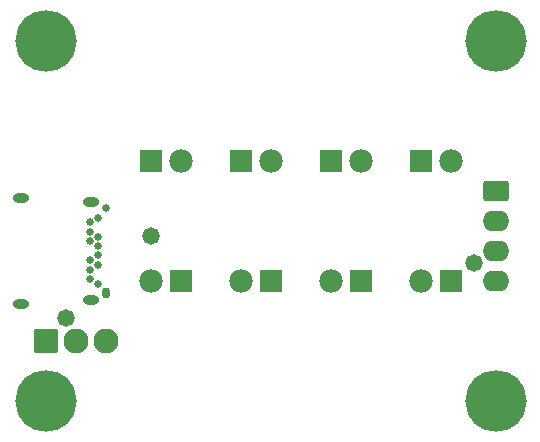
<source format=gbs>
G04 Layer_Color=16711935*
%FSLAX44Y44*%
%MOMM*%
G71*
G01*
G75*
%ADD13O,1.4000X0.8000*%
%ADD14C,0.6500*%
%ADD15O,0.6500X0.9500*%
%ADD28C,1.9812*%
%ADD29R,1.9812X1.9812*%
%ADD30C,5.2032*%
%ADD31O,2.2352X1.7272*%
G04:AMPARAMS|DCode=32|XSize=1.7272mm|YSize=2.2352mm|CornerRadius=0.2921mm|HoleSize=0mm|Usage=FLASHONLY|Rotation=270.000|XOffset=0mm|YOffset=0mm|HoleType=Round|Shape=RoundedRectangle|*
%AMROUNDEDRECTD32*
21,1,1.7272,1.6510,0,0,270.0*
21,1,1.1430,2.2352,0,0,270.0*
1,1,0.5842,-0.8255,-0.5715*
1,1,0.5842,-0.8255,0.5715*
1,1,0.5842,0.8255,0.5715*
1,1,0.5842,0.8255,-0.5715*
%
%ADD32ROUNDEDRECTD32*%
G04:AMPARAMS|DCode=33|XSize=2.1082mm|YSize=2.1082mm|CornerRadius=0.3397mm|HoleSize=0mm|Usage=FLASHONLY|Rotation=90.000|XOffset=0mm|YOffset=0mm|HoleType=Round|Shape=RoundedRectangle|*
%AMROUNDEDRECTD33*
21,1,2.1082,1.4287,0,0,90.0*
21,1,1.4287,2.1082,0,0,90.0*
1,1,0.6795,0.7144,0.7144*
1,1,0.6795,0.7144,-0.7144*
1,1,0.6795,-0.7144,-0.7144*
1,1,0.6795,-0.7144,0.7144*
%
%ADD33ROUNDEDRECTD33*%
%ADD34C,2.1082*%
%ADD35C,1.4732*%
D13*
X283600Y920300D02*
D03*
Y1010100D02*
D03*
X343100Y923900D02*
D03*
Y1006500D02*
D03*
D14*
X349100Y993200D02*
D03*
Y937200D02*
D03*
X342100Y989200D02*
D03*
Y941200D02*
D03*
Y949200D02*
D03*
Y981200D02*
D03*
Y973200D02*
D03*
Y957200D02*
D03*
X349100Y977200D02*
D03*
Y953200D02*
D03*
Y961200D02*
D03*
Y969200D02*
D03*
X355600Y1001200D02*
D03*
D15*
Y929200D02*
D03*
D28*
X419100Y1041400D02*
D03*
X546100Y939800D02*
D03*
X647700Y1041400D02*
D03*
X571500D02*
D03*
X495300D02*
D03*
X393700Y939800D02*
D03*
X469900D02*
D03*
X622300D02*
D03*
D29*
X393700Y1041400D02*
D03*
X571500Y939800D02*
D03*
X622300Y1041400D02*
D03*
X546100D02*
D03*
X469900D02*
D03*
X419100Y939800D02*
D03*
X495300D02*
D03*
X647700D02*
D03*
D30*
X685800Y838200D02*
D03*
Y1143000D02*
D03*
X304800Y838200D02*
D03*
Y1143000D02*
D03*
D31*
X685800Y939800D02*
D03*
Y990600D02*
D03*
Y965200D02*
D03*
D32*
Y1016000D02*
D03*
D33*
X304800Y889000D02*
D03*
D34*
X330200D02*
D03*
X355600D02*
D03*
D35*
X321310Y908050D02*
D03*
X666750Y955040D02*
D03*
X393446Y977700D02*
D03*
M02*

</source>
